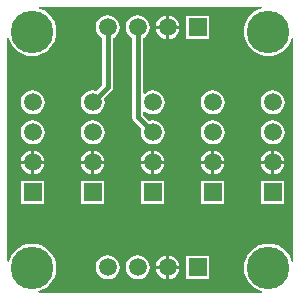
<source format=gbl>
G04 Layer_Physical_Order=2*
G04 Layer_Color=16711680*
%FSLAX44Y44*%
%MOMM*%
G71*
G01*
G75*
%ADD11C,0.4000*%
%ADD12C,3.6000*%
%ADD13R,1.5000X1.5000*%
%ADD14C,1.5000*%
%ADD15R,1.5000X1.5000*%
G36*
X219664Y244845D02*
X217101Y244068D01*
X213533Y242161D01*
X210406Y239594D01*
X207839Y236466D01*
X205931Y232898D01*
X204757Y229026D01*
X204360Y225000D01*
X204757Y220973D01*
X205931Y217101D01*
X207839Y213533D01*
X210406Y210406D01*
X213533Y207839D01*
X217101Y205931D01*
X220973Y204757D01*
X225000Y204360D01*
X229026Y204757D01*
X232898Y205931D01*
X236466Y207839D01*
X239594Y210406D01*
X242161Y213533D01*
X244068Y217101D01*
X244845Y219664D01*
X246115Y219475D01*
Y30525D01*
X244845Y30336D01*
X244068Y32899D01*
X242161Y36467D01*
X239594Y39595D01*
X236466Y42161D01*
X232898Y44068D01*
X229026Y45243D01*
X225000Y45640D01*
X220973Y45243D01*
X217101Y44068D01*
X213533Y42161D01*
X210406Y39595D01*
X207839Y36467D01*
X205931Y32899D01*
X204757Y29027D01*
X204360Y25000D01*
X204757Y20974D01*
X205931Y17102D01*
X207839Y13534D01*
X210406Y10406D01*
X213533Y7839D01*
X217101Y5932D01*
X219664Y5155D01*
X219475Y3885D01*
X30525D01*
X30336Y5155D01*
X32899Y5932D01*
X36467Y7839D01*
X39595Y10406D01*
X42161Y13534D01*
X44068Y17102D01*
X45243Y20974D01*
X45640Y25000D01*
X45243Y29027D01*
X44068Y32899D01*
X42161Y36467D01*
X39595Y39595D01*
X36467Y42161D01*
X32899Y44068D01*
X29027Y45243D01*
X25000Y45640D01*
X20974Y45243D01*
X17102Y44068D01*
X13534Y42161D01*
X10406Y39595D01*
X7839Y36467D01*
X5932Y32899D01*
X5155Y30336D01*
X3885Y30525D01*
Y219475D01*
X5155Y219664D01*
X5932Y217101D01*
X7839Y213533D01*
X10406Y210406D01*
X13534Y207839D01*
X17102Y205931D01*
X20974Y204757D01*
X25000Y204360D01*
X29027Y204757D01*
X32899Y205931D01*
X36467Y207839D01*
X39595Y210406D01*
X42161Y213533D01*
X44068Y217101D01*
X45243Y220973D01*
X45640Y225000D01*
X45243Y229026D01*
X44068Y232898D01*
X42161Y236466D01*
X39595Y239594D01*
X36467Y242161D01*
X32899Y244068D01*
X30336Y244845D01*
X30525Y246115D01*
X219475D01*
X219664Y244845D01*
D02*
G37*
%LPC*%
G36*
X140970Y238559D02*
Y229870D01*
X149659D01*
X149482Y231221D01*
X148470Y233663D01*
X146861Y235761D01*
X144763Y237370D01*
X142321Y238382D01*
X140970Y238559D01*
D02*
G37*
G36*
X138430D02*
X137079Y238382D01*
X134637Y237370D01*
X132539Y235761D01*
X130930Y233663D01*
X129918Y231221D01*
X129741Y229870D01*
X138430D01*
Y238559D01*
D02*
G37*
G36*
X149659Y227330D02*
X140970D01*
Y218641D01*
X142321Y218818D01*
X144763Y219830D01*
X146861Y221439D01*
X148470Y223537D01*
X149482Y225979D01*
X149659Y227330D01*
D02*
G37*
G36*
X138430D02*
X129741D01*
X129918Y225979D01*
X130930Y223537D01*
X132539Y221439D01*
X134637Y219830D01*
X137079Y218818D01*
X138430Y218641D01*
Y227330D01*
D02*
G37*
G36*
X175140Y238640D02*
X155060D01*
Y218560D01*
X175140D01*
Y238640D01*
D02*
G37*
G36*
X88900Y238727D02*
X86279Y238382D01*
X83837Y237370D01*
X81739Y235761D01*
X80130Y233663D01*
X79118Y231221D01*
X78773Y228600D01*
X79118Y225979D01*
X80130Y223537D01*
X81739Y221439D01*
X83837Y219830D01*
X84271Y219650D01*
Y179717D01*
X79255Y174702D01*
X78821Y174882D01*
X76200Y175227D01*
X73579Y174882D01*
X71137Y173870D01*
X69039Y172261D01*
X67430Y170163D01*
X66418Y167721D01*
X66073Y165100D01*
X66418Y162479D01*
X67430Y160037D01*
X69039Y157939D01*
X71137Y156330D01*
X73579Y155318D01*
X76200Y154973D01*
X78821Y155318D01*
X81263Y156330D01*
X83361Y157939D01*
X84970Y160037D01*
X85982Y162479D01*
X86327Y165100D01*
X85982Y167721D01*
X85802Y168155D01*
X92173Y174527D01*
X92173Y174527D01*
X93177Y176029D01*
X93529Y177800D01*
X93529Y177800D01*
Y219650D01*
X93963Y219830D01*
X96061Y221439D01*
X97670Y223537D01*
X98682Y225979D01*
X99027Y228600D01*
X98682Y231221D01*
X97670Y233663D01*
X96061Y235761D01*
X93963Y237370D01*
X91521Y238382D01*
X88900Y238727D01*
D02*
G37*
G36*
X228600Y175227D02*
X225979Y174882D01*
X223537Y173870D01*
X221439Y172261D01*
X219830Y170163D01*
X218818Y167721D01*
X218473Y165100D01*
X218818Y162479D01*
X219830Y160037D01*
X221439Y157939D01*
X223537Y156330D01*
X225979Y155318D01*
X228600Y154973D01*
X231221Y155318D01*
X233663Y156330D01*
X235761Y157939D01*
X237370Y160037D01*
X238382Y162479D01*
X238727Y165100D01*
X238382Y167721D01*
X237370Y170163D01*
X235761Y172261D01*
X233663Y173870D01*
X231221Y174882D01*
X228600Y175227D01*
D02*
G37*
G36*
X177800D02*
X175179Y174882D01*
X172737Y173870D01*
X170639Y172261D01*
X169030Y170163D01*
X168018Y167721D01*
X167673Y165100D01*
X168018Y162479D01*
X169030Y160037D01*
X170639Y157939D01*
X172737Y156330D01*
X175179Y155318D01*
X177800Y154973D01*
X180421Y155318D01*
X182863Y156330D01*
X184961Y157939D01*
X186570Y160037D01*
X187582Y162479D01*
X187927Y165100D01*
X187582Y167721D01*
X186570Y170163D01*
X184961Y172261D01*
X182863Y173870D01*
X180421Y174882D01*
X177800Y175227D01*
D02*
G37*
G36*
X114300Y238727D02*
X111679Y238382D01*
X109237Y237370D01*
X107139Y235761D01*
X105530Y233663D01*
X104518Y231221D01*
X104173Y228600D01*
X104518Y225979D01*
X105530Y223537D01*
X107139Y221439D01*
X109237Y219830D01*
X109671Y219650D01*
Y152400D01*
X109671Y152400D01*
X110023Y150629D01*
X111027Y149127D01*
X117398Y142755D01*
X117218Y142321D01*
X116873Y139700D01*
X117218Y137079D01*
X118230Y134637D01*
X119839Y132539D01*
X121937Y130930D01*
X124379Y129918D01*
X127000Y129573D01*
X129621Y129918D01*
X132063Y130930D01*
X134161Y132539D01*
X135770Y134637D01*
X136782Y137079D01*
X137127Y139700D01*
X136782Y142321D01*
X135770Y144763D01*
X134161Y146861D01*
X132063Y148470D01*
X129621Y149482D01*
X127000Y149827D01*
X124379Y149482D01*
X123945Y149302D01*
X118929Y154317D01*
Y157170D01*
X120199Y157663D01*
X121937Y156330D01*
X124379Y155318D01*
X127000Y154973D01*
X129621Y155318D01*
X132063Y156330D01*
X134161Y157939D01*
X135770Y160037D01*
X136782Y162479D01*
X137127Y165100D01*
X136782Y167721D01*
X135770Y170163D01*
X134161Y172261D01*
X132063Y173870D01*
X129621Y174882D01*
X127000Y175227D01*
X124379Y174882D01*
X121937Y173870D01*
X120199Y172537D01*
X118929Y173030D01*
Y219650D01*
X119363Y219830D01*
X121461Y221439D01*
X123070Y223537D01*
X124082Y225979D01*
X124427Y228600D01*
X124082Y231221D01*
X123070Y233663D01*
X121461Y235761D01*
X119363Y237370D01*
X116921Y238382D01*
X114300Y238727D01*
D02*
G37*
G36*
X25400Y175227D02*
X22779Y174882D01*
X20337Y173870D01*
X18239Y172261D01*
X16630Y170163D01*
X15618Y167721D01*
X15273Y165100D01*
X15618Y162479D01*
X16630Y160037D01*
X18239Y157939D01*
X20337Y156330D01*
X22779Y155318D01*
X25400Y154973D01*
X28021Y155318D01*
X30463Y156330D01*
X32561Y157939D01*
X34170Y160037D01*
X35182Y162479D01*
X35527Y165100D01*
X35182Y167721D01*
X34170Y170163D01*
X32561Y172261D01*
X30463Y173870D01*
X28021Y174882D01*
X25400Y175227D01*
D02*
G37*
G36*
X228600Y149827D02*
X225979Y149482D01*
X223537Y148470D01*
X221439Y146861D01*
X219830Y144763D01*
X218818Y142321D01*
X218473Y139700D01*
X218818Y137079D01*
X219830Y134637D01*
X221439Y132539D01*
X223537Y130930D01*
X225979Y129918D01*
X228600Y129573D01*
X231221Y129918D01*
X233663Y130930D01*
X235761Y132539D01*
X237370Y134637D01*
X238382Y137079D01*
X238727Y139700D01*
X238382Y142321D01*
X237370Y144763D01*
X235761Y146861D01*
X233663Y148470D01*
X231221Y149482D01*
X228600Y149827D01*
D02*
G37*
G36*
X177800D02*
X175179Y149482D01*
X172737Y148470D01*
X170639Y146861D01*
X169030Y144763D01*
X168018Y142321D01*
X167673Y139700D01*
X168018Y137079D01*
X169030Y134637D01*
X170639Y132539D01*
X172737Y130930D01*
X175179Y129918D01*
X177800Y129573D01*
X180421Y129918D01*
X182863Y130930D01*
X184961Y132539D01*
X186570Y134637D01*
X187582Y137079D01*
X187927Y139700D01*
X187582Y142321D01*
X186570Y144763D01*
X184961Y146861D01*
X182863Y148470D01*
X180421Y149482D01*
X177800Y149827D01*
D02*
G37*
G36*
X76200D02*
X73579Y149482D01*
X71137Y148470D01*
X69039Y146861D01*
X67430Y144763D01*
X66418Y142321D01*
X66073Y139700D01*
X66418Y137079D01*
X67430Y134637D01*
X69039Y132539D01*
X71137Y130930D01*
X73579Y129918D01*
X76200Y129573D01*
X78821Y129918D01*
X81263Y130930D01*
X83361Y132539D01*
X84970Y134637D01*
X85982Y137079D01*
X86327Y139700D01*
X85982Y142321D01*
X84970Y144763D01*
X83361Y146861D01*
X81263Y148470D01*
X78821Y149482D01*
X76200Y149827D01*
D02*
G37*
G36*
X25400D02*
X22779Y149482D01*
X20337Y148470D01*
X18239Y146861D01*
X16630Y144763D01*
X15618Y142321D01*
X15273Y139700D01*
X15618Y137079D01*
X16630Y134637D01*
X18239Y132539D01*
X20337Y130930D01*
X22779Y129918D01*
X25400Y129573D01*
X28021Y129918D01*
X30463Y130930D01*
X32561Y132539D01*
X34170Y134637D01*
X35182Y137079D01*
X35527Y139700D01*
X35182Y142321D01*
X34170Y144763D01*
X32561Y146861D01*
X30463Y148470D01*
X28021Y149482D01*
X25400Y149827D01*
D02*
G37*
G36*
X229870Y124259D02*
Y115570D01*
X238559D01*
X238382Y116921D01*
X237370Y119363D01*
X235761Y121461D01*
X233663Y123070D01*
X231221Y124082D01*
X229870Y124259D01*
D02*
G37*
G36*
X179070D02*
Y115570D01*
X187759D01*
X187582Y116921D01*
X186570Y119363D01*
X184961Y121461D01*
X182863Y123070D01*
X180421Y124082D01*
X179070Y124259D01*
D02*
G37*
G36*
X128270D02*
Y115570D01*
X136959D01*
X136782Y116921D01*
X135770Y119363D01*
X134161Y121461D01*
X132063Y123070D01*
X129621Y124082D01*
X128270Y124259D01*
D02*
G37*
G36*
X77470D02*
Y115570D01*
X86159D01*
X85982Y116921D01*
X84970Y119363D01*
X83361Y121461D01*
X81263Y123070D01*
X78821Y124082D01*
X77470Y124259D01*
D02*
G37*
G36*
X26670D02*
Y115570D01*
X35359D01*
X35182Y116921D01*
X34170Y119363D01*
X32561Y121461D01*
X30463Y123070D01*
X28021Y124082D01*
X26670Y124259D01*
D02*
G37*
G36*
X227330D02*
X225979Y124082D01*
X223537Y123070D01*
X221439Y121461D01*
X219830Y119363D01*
X218818Y116921D01*
X218641Y115570D01*
X227330D01*
Y124259D01*
D02*
G37*
G36*
X176530D02*
X175179Y124082D01*
X172737Y123070D01*
X170639Y121461D01*
X169030Y119363D01*
X168018Y116921D01*
X167841Y115570D01*
X176530D01*
Y124259D01*
D02*
G37*
G36*
X125730D02*
X124379Y124082D01*
X121937Y123070D01*
X119839Y121461D01*
X118230Y119363D01*
X117218Y116921D01*
X117041Y115570D01*
X125730D01*
Y124259D01*
D02*
G37*
G36*
X74930D02*
X73579Y124082D01*
X71137Y123070D01*
X69039Y121461D01*
X67430Y119363D01*
X66418Y116921D01*
X66241Y115570D01*
X74930D01*
Y124259D01*
D02*
G37*
G36*
X24130D02*
X22779Y124082D01*
X20337Y123070D01*
X18239Y121461D01*
X16630Y119363D01*
X15618Y116921D01*
X15441Y115570D01*
X24130D01*
Y124259D01*
D02*
G37*
G36*
X238559Y113030D02*
X229870D01*
Y104341D01*
X231221Y104518D01*
X233663Y105530D01*
X235761Y107139D01*
X237370Y109237D01*
X238382Y111679D01*
X238559Y113030D01*
D02*
G37*
G36*
X187759D02*
X179070D01*
Y104341D01*
X180421Y104518D01*
X182863Y105530D01*
X184961Y107139D01*
X186570Y109237D01*
X187582Y111679D01*
X187759Y113030D01*
D02*
G37*
G36*
X136959D02*
X128270D01*
Y104341D01*
X129621Y104518D01*
X132063Y105530D01*
X134161Y107139D01*
X135770Y109237D01*
X136782Y111679D01*
X136959Y113030D01*
D02*
G37*
G36*
X86159D02*
X77470D01*
Y104341D01*
X78821Y104518D01*
X81263Y105530D01*
X83361Y107139D01*
X84970Y109237D01*
X85982Y111679D01*
X86159Y113030D01*
D02*
G37*
G36*
X35359D02*
X26670D01*
Y104341D01*
X28021Y104518D01*
X30463Y105530D01*
X32561Y107139D01*
X34170Y109237D01*
X35182Y111679D01*
X35359Y113030D01*
D02*
G37*
G36*
X227330D02*
X218641D01*
X218818Y111679D01*
X219830Y109237D01*
X221439Y107139D01*
X223537Y105530D01*
X225979Y104518D01*
X227330Y104341D01*
Y113030D01*
D02*
G37*
G36*
X176530D02*
X167841D01*
X168018Y111679D01*
X169030Y109237D01*
X170639Y107139D01*
X172737Y105530D01*
X175179Y104518D01*
X176530Y104341D01*
Y113030D01*
D02*
G37*
G36*
X125730D02*
X117041D01*
X117218Y111679D01*
X118230Y109237D01*
X119839Y107139D01*
X121937Y105530D01*
X124379Y104518D01*
X125730Y104341D01*
Y113030D01*
D02*
G37*
G36*
X74930D02*
X66241D01*
X66418Y111679D01*
X67430Y109237D01*
X69039Y107139D01*
X71137Y105530D01*
X73579Y104518D01*
X74930Y104341D01*
Y113030D01*
D02*
G37*
G36*
X24130D02*
X15441D01*
X15618Y111679D01*
X16630Y109237D01*
X18239Y107139D01*
X20337Y105530D01*
X22779Y104518D01*
X24130Y104341D01*
Y113030D01*
D02*
G37*
G36*
X238640Y98940D02*
X218560D01*
Y78860D01*
X238640D01*
Y98940D01*
D02*
G37*
G36*
X187840D02*
X167760D01*
Y78860D01*
X187840D01*
Y98940D01*
D02*
G37*
G36*
X137040D02*
X116960D01*
Y78860D01*
X137040D01*
Y98940D01*
D02*
G37*
G36*
X86240D02*
X66160D01*
Y78860D01*
X86240D01*
Y98940D01*
D02*
G37*
G36*
X35440D02*
X15360D01*
Y78860D01*
X35440D01*
Y98940D01*
D02*
G37*
G36*
X140970Y35359D02*
Y26670D01*
X149659D01*
X149482Y28021D01*
X148470Y30463D01*
X146861Y32561D01*
X144763Y34170D01*
X142321Y35182D01*
X140970Y35359D01*
D02*
G37*
G36*
X138430D02*
X137079Y35182D01*
X134637Y34170D01*
X132539Y32561D01*
X130930Y30463D01*
X129918Y28021D01*
X129741Y26670D01*
X138430D01*
Y35359D01*
D02*
G37*
G36*
X149659Y24130D02*
X140970D01*
Y15441D01*
X142321Y15618D01*
X144763Y16630D01*
X146861Y18239D01*
X148470Y20337D01*
X149482Y22779D01*
X149659Y24130D01*
D02*
G37*
G36*
X138430D02*
X129741D01*
X129918Y22779D01*
X130930Y20337D01*
X132539Y18239D01*
X134637Y16630D01*
X137079Y15618D01*
X138430Y15441D01*
Y24130D01*
D02*
G37*
G36*
X175140Y35440D02*
X155060D01*
Y15360D01*
X175140D01*
Y35440D01*
D02*
G37*
G36*
X114300Y35527D02*
X111679Y35182D01*
X109237Y34170D01*
X107139Y32561D01*
X105530Y30463D01*
X104518Y28021D01*
X104173Y25400D01*
X104518Y22779D01*
X105530Y20337D01*
X107139Y18239D01*
X109237Y16630D01*
X111679Y15618D01*
X114300Y15273D01*
X116921Y15618D01*
X119363Y16630D01*
X121461Y18239D01*
X123070Y20337D01*
X124082Y22779D01*
X124427Y25400D01*
X124082Y28021D01*
X123070Y30463D01*
X121461Y32561D01*
X119363Y34170D01*
X116921Y35182D01*
X114300Y35527D01*
D02*
G37*
G36*
X88900D02*
X86279Y35182D01*
X83837Y34170D01*
X81739Y32561D01*
X80130Y30463D01*
X79118Y28021D01*
X78773Y25400D01*
X79118Y22779D01*
X80130Y20337D01*
X81739Y18239D01*
X83837Y16630D01*
X86279Y15618D01*
X88900Y15273D01*
X91521Y15618D01*
X93963Y16630D01*
X96061Y18239D01*
X97670Y20337D01*
X98682Y22779D01*
X99027Y25400D01*
X98682Y28021D01*
X97670Y30463D01*
X96061Y32561D01*
X93963Y34170D01*
X91521Y35182D01*
X88900Y35527D01*
D02*
G37*
%LPD*%
D11*
Y177800D02*
Y228600D01*
X76200Y165100D02*
X88900Y177800D01*
X114300Y152400D02*
Y228600D01*
Y152400D02*
X127000Y139700D01*
D12*
X25000Y225000D02*
D03*
X225000D02*
D03*
Y25000D02*
D03*
X25000D02*
D03*
D13*
X228600Y88900D02*
D03*
X177800D02*
D03*
X127000D02*
D03*
X76200D02*
D03*
X25400D02*
D03*
D14*
X228600Y114300D02*
D03*
Y139700D02*
D03*
Y165100D02*
D03*
X177800Y114300D02*
D03*
Y139700D02*
D03*
Y165100D02*
D03*
X127000Y114300D02*
D03*
Y139700D02*
D03*
Y165100D02*
D03*
X139700Y25400D02*
D03*
X114300D02*
D03*
X88900D02*
D03*
X76200Y114300D02*
D03*
Y139700D02*
D03*
Y165100D02*
D03*
X139700Y228600D02*
D03*
X114300D02*
D03*
X88900D02*
D03*
X25400Y114300D02*
D03*
Y139700D02*
D03*
Y165100D02*
D03*
D15*
X165100Y25400D02*
D03*
Y228600D02*
D03*
M02*

</source>
